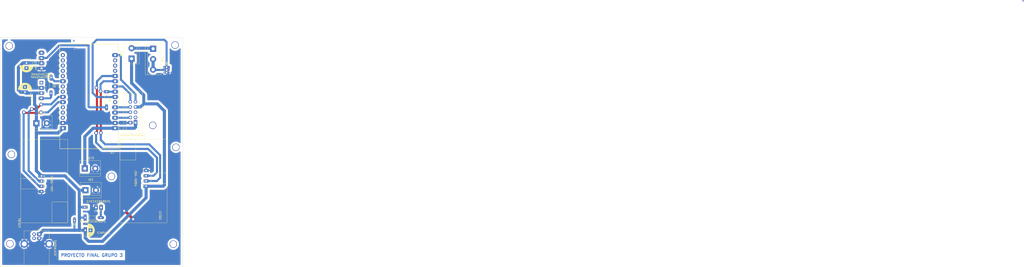
<source format=kicad_pcb>
(kicad_pcb (version 20211014) (generator pcbnew)
  (layers (0 "F.Cu" signal) (31 "B.Cu" signal) (34 "B.Paste" user) (35 "F.Paste" user) (36 "B.SilkS" user "B.Silkscreen") (37 "F.SilkS" user "F.Silkscreen") (38 "B.Mask" user) (39 "F.Mask" user) (44 "Edge.Cuts" user))
  (net 0 "")
  (net 1 "+3V3")
  (net 2 "+5V")
  (net 3 "BUZZ")
  (net 4 "GND")
  (net 5 "Net-(CHECKENERGY1-Pad2)")
  (net 6 "CSE")
  (net 7 "RESETE")
  (net 8 "DCE")
  (net 9 "SDI(MOSI)E")
  (net 10 "SCKE")
  (net 14 "TRIGIZQ")
  (net 15 "ECHODER")
  (net 16 "TRIGDER")
  (net 17 "ECHOIZQ")
  (net 21 "DINIZQ")
  (net 22 "DINDER")
  (net 28 "Net-(BZ1-Pad2)")
  (net 29 "Net-(Q1-Pad2)")
  (net 37 "Net-(NeopixelDER1-Pad4)")
  (net 38 "Net-(NeopixelIZQ1-Pad3)")
  (footprint "Resistor_THT:R_Axial_DIN0204_L3.6mm_D1.6mm_P7.62mm_Horizontal" (layer "F.Cu") (at 109.1692 34.2392 -90)
    (fp_text reference "R5" (at 3.81 -1.92 90) (layer "F.SilkS"))
    (fp_text value "R")
    (pad "1" thru_hole oval (at 0 0 270) (size 3.048 1.4) (drill 0.7) (layers *.Cu *.Mask) (net 22 "DINDER"))
    (pad "2" thru_hole oval (at 7.62 0 270) (size 3.048 1.4) (drill 0.7) (layers *.Cu *.Mask) (net 37 "Net-(NeopixelDER1-Pad4)"))
  )
  (footprint "Connector_PinSocket_2.54mm:PinSocket_1x04_P2.54mm_Vertical" (layer "F.Cu") (at 104.4956 36.6776)
    (fp_text reference "NeopixelDER1" (at 0 -2.77) (layer "F.SilkS"))
    (fp_text value "Conn_01x04_Male")
    (pad "1" thru_hole rect (at 0 0) (size 1.7 1.7) (drill 1) (layers *.Cu *.Mask))
    (pad "2" thru_hole oval (at 0 2.54) (size 3.048 1.999996) (drill 1) (layers *.Cu *.Mask) (net 4 "GND"))
    (pad "3" thru_hole oval (at 0 5.08) (size 3.048 1.6) (drill 1) (layers *.Cu *.Mask) (net 2 "+5V"))
    (pad "4" thru_hole oval (at 0 7.62) (size 3.048 1.7) (drill 1) (layers *.Cu *.Mask) (net 37 "Net-(NeopixelDER1-Pad4)"))
  )
  (footprint "JSN-SR04:JSN-SR04" (layer "F.Cu") (at 165.513 64.2046 -90)
    (fp_text reference "UIZQ1" (at 37.1414 3.2578 -90 unlocked) (layer "F.SilkS"))
    (fp_text value "HC-SR04")
    (fp_text user "GND" (at 15.24 11.43 -90 unlocked) (layer "F.SilkS") (effects (font (size 0.5 0.5) (thickness 0.125))))
    (fp_text user "JSN-SR04" (at 19.05 15.24 -90 unlocked) (layer "F.SilkS"))
    (fp_text user "ECHO" (at 17.78 11.43 -90 unlocked) (layer "F.SilkS") (effects (font (size 0.5 0.5) (thickness 0.125))))
    (fp_text user "5v" (at 22.86 11.43 -90 unlocked) (layer "F.SilkS") (effects (font (size 0.5 0.5) (thickness 0.125))))
    (fp_text user "TRIG" (at 20.32 11.43 -90 unlocked) (layer "F.SilkS") (effects (font (size 0.5 0.5) (thickness 0.125))))
    (pad "1" thru_hole rect (at 22.859996 10.159996 270) (size 1.524 3.048) (drill 0.762) (layers *.Cu *.Mask) (net 2 "+5V"))
    (pad "2" thru_hole oval (at 20.319996 10.159996 270) (size 1.524 3.048) (drill 0.762) (layers *.Cu *.Mask) (net 14 "TRIGIZQ"))
    (pad "3" thru_hole oval (at 17.779996 10.159996 270) (size 1.524 3.048) (drill 0.762) (layers *.Cu *.Mask) (net 17 "ECHOIZQ"))
    (pad "4" thru_hole oval (at 15.239996 10.159996 270) (size 1.524 3.048) (drill 0.762) (layers *.Cu *.Mask) (net 4 "GND"))
  )
  (footprint "Connector_Pin:Pin_D0.7mm_L6.5mm_W1.8mm_FlatFork" (layer "F.Cu") (at 125.5776 97.282 90)
    (fp_text reference "J1" (at 0 1.8 90) (layer "F.SilkS"))
    (fp_text value "TESTPOINT")
    (pad "1" thru_hole rect (at 0 0 90) (size 1.4 3.048) (drill 0.7) (layers *.Cu *.Mask) (net 2 "+5V"))
  )
  (footprint "TerminalBlock:TerminalBlock_bornier-2_P5.08mm" (layer "F.Cu") (at 125.8824 89.0016)
    (fp_text reference "IN2" (at 2.54 -5.08) (layer "F.SilkS"))
    (fp_text value "OUTPUT RE")
    (pad "1" thru_hole rect (at 0 0) (size 3 3) (drill 1.52) (layers *.Cu *.Mask) (net 2 "+5V"))
    (pad "2" thru_hole circle (at 5.08 0) (size 3 3) (drill 1.52) (layers *.Cu *.Mask) (net 4 "GND"))
  )
  (footprint "TerminalBlock:TerminalBlock_bornier-3_P5.08mm" (layer "F.Cu") (at 158.75 20.1676 -90)
    (fp_text reference "RV1" (at 5.05 -4.65 -270) (layer "F.SilkS"))
    (fp_text value "1kOhm")
    (pad "1" thru_hole rect (at 0 0 270) (size 3 3) (drill 1.52) (layers *.Cu *.Mask) (net 28 "Net-(BZ1-Pad2)"))
    (pad "2" thru_hole circle (at 5.08 0 270) (size 3 3) (drill 1.52) (layers *.Cu *.Mask) (net 29 "Net-(Q1-Pad2)"))
    (pad "3" thru_hole circle (at 10.16 0 270) (size 3 3) (drill 1.52) (layers *.Cu *.Mask) (net 29 "Net-(Q1-Pad2)"))
  )
  (footprint "JSN-SR04:JSN-SR04" (layer "F.Cu") (at 94.3798 104.9086 90)
    (fp_text reference "UDER1" (at 0 -0.5 90 unlocked) (layer "F.SilkS"))
    (fp_text value "HC-SR04")
    (fp_text user "TRIG" (at 20.32 11.43 90 unlocked) (layer "F.SilkS") (effects (font (size 0.5 0.5) (thickness 0.125))))
    (fp_text user "ECHO" (at 17.78 11.43 90 unlocked) (layer "F.SilkS") (effects (font (size 0.5 0.5) (thickness 0.125))))
    (fp_text user "GND" (at 15.24 11.43 90 unlocked) (layer "F.SilkS") (effects (font (size 0.5 0.5) (thickness 0.125))))
    (fp_text user "JSN-SR04" (at 19.05 15.24 90 unlocked) (layer "F.SilkS"))
    (fp_text user "5v" (at 22.86 11.43 90 unlocked) (layer "F.SilkS") (effects (font (size 0.5 0.5) (thickness 0.125))))
    (pad "1" thru_hole rect (at 22.859996 10.159996 90) (size 1.524 3.048) (drill 0.762) (layers *.Cu *.Mask) (net 2 "+5V"))
    (pad "2" thru_hole oval (at 20.319996 10.159996 90) (size 1.524 3.048) (drill 0.762) (layers *.Cu *.Mask) (net 16 "TRIGDER"))
    (pad "3" thru_hole oval (at 17.779996 10.159996 90) (size 1.524 3.048) (drill 0.762) (layers *.Cu *.Mask) (net 15 "ECHODER"))
    (pad "4" thru_hole oval (at 15.239996 10.159996 90) (size 1.524 3.048) (drill 0.762) (layers *.Cu *.Mask) (net 4 "GND"))
  )
  (footprint "Capacitor_THT:CP_Radial_D6.3mm_P2.50mm" (layer "F.Cu") (at 125.817621 108.5088)
    (fp_text reference "CINPUT1" (at 8.89 1.27) (layer "F.SilkS"))
    (fp_text value "100µF")
    (pad "1" thru_hole rect (at 0.000009 0) (size 1.6 3.048) (drill 0.8) (layers *.Cu *.Mask) (net 2 "+5V"))
    (pad "2" thru_hole oval (at 2.500004 0) (size 1.6 3.048) (drill 0.8) (layers *.Cu *.Mask) (net 4 "GND"))
  )
  (footprint "Capacitor_THT:CP_Radial_D6.3mm_P2.50mm" (layer "F.Cu") (at 96.52 41.31438 90)
    (fp_text reference "cder1" (at -2.6308 3.2258 90) (layer "F.SilkS"))
    (fp_text value "680uF")
    (pad "1" thru_hole rect (at 0.00001 0 90) (size 1.6 3.048) (drill 0.8) (layers *.Cu *.Mask) (net 2 "+5V"))
    (pad "2" thru_hole oval (at 2.500005 0 90) (size 1.6 3.048) (drill 0.8) (layers *.Cu *.Mask) (net 4 "GND"))
  )
  (footprint "Connector_PinSocket_2.54mm:PinSocket_1x04_P2.54mm_Vertical" (layer "F.Cu") (at 104.5464 29.7688 180)
    (fp_text reference "NeopixelIZQ1" (at 0 -2.77) (layer "F.SilkS"))
    (fp_text value "Conn_01x04_Male")
    (pad "1" thru_hole rect (at 0 0 180) (size 3.048 1.7) (drill 1) (layers *.Cu *.Mask) (net 4 "GND"))
    (pad "2" thru_hole oval (at 0 2.54 180) (size 3.048 2.032) (drill 1) (layers *.Cu *.Mask) (net 2 "+5V"))
    (pad "3" thru_hole oval (at 0 5.08 180) (size 3.048 2.032) (drill 1) (layers *.Cu *.Mask) (net 38 "Net-(NeopixelIZQ1-Pad3)"))
    (pad "4" thru_hole oval (at 0 7.62 180) (size 3.048 2.032) (drill 1) (layers *.Cu *.Mask))
  )
  (footprint "Connector_USB:USB_B_OST_USB-B1HSxx_Horizontal" (layer "F.Cu") (at 103.4596 110.4149 -90)
    (fp_text reference "JENTRADA1" (at 6.76 -7.77 90) (layer "F.SilkS"))
    (fp_text value "USB_B")
    (pad "1" thru_hole rect (at -0.000008 -0.00001 270) (size 1.7 2.286) (drill 0.92) (layers *.Cu *.Mask) (net 2 "+5V"))
    (pad "2" thru_hole circle (at 0 2.5 270) (size 1.7 1.7) (drill 0.92) (layers *.Cu *.Mask))
    (pad "3" thru_hole circle (at 2 2.5 270) (size 1.7 1.7) (drill 0.92) (layers *.Cu *.Mask))
    (pad "4" thru_hole oval (at 1.999988 -0.00001 270) (size 1.7 2.286) (drill 0.92) (layers *.Cu *.Mask) (net 4 "GND"))
    (pad "5" thru_hole circle (at 4.70999 7.270003 270) (size 3.81 3.81) (drill 2.33) (layers *.Cu *.Mask) (net 4 "GND"))
    (pad "5" thru_hole circle (at 4.70999 -4.770003 270) (size 3.81 3.81) (drill 2.33) (layers *.Cu *.Mask) (net 4 "GND"))
  )
  (footprint "Capacitor_THT:CP_Radial_D6.3mm_P2.50mm" (layer "F.Cu") (at 97.2312 27.062421 -90)
    (fp_text reference "cder2" (at 1.25 -4.4 90) (layer "F.SilkS"))
    (fp_text value "680uF")
    (pad "1" thru_hole rect (at 0.000009 0 270) (size 1.5748 3.048) (drill 0.8) (layers *.Cu *.Mask) (net 2 "+5V"))
    (pad "2" thru_hole oval (at 2.500004 0 270) (size 1.6 3.048) (drill 0.8) (layers *.Cu *.Mask) (net 4 "GND"))
  )
  (footprint "TerminalBlock:TerminalBlock_bornier-2_P5.08mm" (layer "F.Cu") (at 102.0572 56.4388)
    (fp_text reference "OUT1" (at 2.54 -5.08) (layer "F.SilkS"))
    (fp_text value "BRIDGE")
    (pad "1" thru_hole rect (at 0 0) (size 3.048 2.999999) (drill 1.52) (layers *.Cu *.Mask) (net 2 "+5V"))
    (pad "2" thru_hole circle (at 5.08 0) (size 3 3) (drill 1.52) (layers *.Cu *.Mask) (net 4 "GND"))
  )
  (footprint "Resistor_THT:R_Axial_DIN0204_L3.6mm_D1.6mm_P7.62mm_Horizontal" (layer "F.Cu") (at 136.144 41.0464 -90)
    (fp_text reference "R1" (at 3.81 -1.92 90) (layer "F.SilkS"))
    (fp_text value "R")
    (pad "1" thru_hole oval (at 0 0 270) (size 1.4 3.048) (drill 0.7) (layers *.Cu *.Mask) (net 21 "DINIZQ"))
    (pad "2" thru_hole oval (at 7.62 0 270) (size 3.048 1.4) (drill 0.7) (layers *.Cu *.Mask) (net 38 "Net-(NeopixelIZQ1-Pad3)"))
  )
  (footprint "TerminalBlock:TerminalBlock_bornier-2_P5.08mm" (layer "F.Cu") (at 125.5776 78.4352)
    (fp_text reference "OUT3" (at 2.54 -5.08) (layer "F.SilkS"))
    (fp_text value "INPUTRE")
    (pad "1" thru_hole rect (at 0 0) (size 3 3) (drill 1.52) (layers *.Cu *.Mask) (net 1 "+3V3"))
    (pad "2" thru_hole circle (at 5.08 0) (size 3 3) (drill 1.52) (layers *.Cu *.Mask) (net 4 "GND"))
  )
  (footprint "Resistor_THT:R_Axial_DIN0204_L3.6mm_D1.6mm_P7.62mm_Horizontal" (layer "F.Cu") (at 133.35 102.362 180)
    (fp_text reference "RCHECKENERGY1" (at 3.81 -1.92) (layer "F.SilkS"))
    (fp_text value "330")
    (pad "1" thru_hole oval (at 0 0 180) (size 3.048 1.4) (drill 0.7) (layers *.Cu *.Mask) (net 5 "Net-(CHECKENERGY1-Pad2)"))
    (pad "2" thru_hole rect (at 7.62 0 180) (size 1.4 3.048) (drill 0.7) (layers *.Cu *.Mask) (net 2 "+5V"))
  )
  (footprint "TerminalBlock:TerminalBlock_bornier-2_P5.08mm" (layer "F.Cu") (at 148.2852 24.9936 90)
    (fp_text reference "BZ1" (at 2.54 -5.08 90) (layer "F.SilkS"))
    (fp_text value "Buzzer")
    (pad "1" thru_hole rect (at 0 0 90) (size 3 3) (drill 1.52) (layers *.Cu *.Mask) (net 2 "+5V"))
    (pad "2" thru_hole circle (at 5.08 0 90) (size 3 3) (drill 1.52) (layers *.Cu *.Mask) (net 28 "Net-(BZ1-Pad2)"))
  )
  (footprint "ESP32-DEVKIT-V1 (1):MODULE_ESP32_DEVKIT_V1" (layer "F.Cu") (at 127.6096 43.3324 180)
    (fp_text reference "U1" (at -11.355 -27.36 180) (layer "F.SilkS"))
    (fp_text value "ESP32-DEVKIT-V1")
    (pad "1" thru_hole rect (at -12.7 -15.515006 180) (size 3.048 2) (drill 1.02) (layers *.Cu *.Mask) (net 1 "+3V3"))
    (pad "2" thru_hole oval (at -12.7 -12.975006 180) (size 3.048 2) (drill 1.02) (layers *.Cu *.Mask) (net 4 "GND"))
    (pad "3" thru_hole oval (at -12.7 -10.435006 180) (size 3.048 2) (drill 1.02) (layers *.Cu *.Mask) (net 6 "CSE"))
    (pad "4" thru_hole oval (at -12.7 -7.895006 180) (size 3.048 2) (drill 1.02) (layers *.Cu *.Mask) (net 7 "RESETE"))
    (pad "5" thru_hole oval (at -12.7 -5.355006 180) (size 3.048 1.9812) (drill 1.02) (layers *.Cu *.Mask) (net 8 "DCE"))
    (pad "6" thru_hole circle (at -12.7 -2.815 180) (size 2 2) (drill 1.02) (layers *.Cu *.Mask))
    (pad "7" thru_hole oval (at -12.7 -0.275006 180) (size 3.048 2) (drill 1.02) (layers *.Cu *.Mask) (net 3 "BUZZ"))
    (pad "8" thru_hole oval (at -12.7 2.264994 180) (size 3.048 2) (drill 1.02) (layers *.Cu *.Mask) (net 21 "DINIZQ"))
    (pad "9" thru_hole oval (at -12.7 4.804994 180) (size 3.048 2) (drill 1.02) (layers *.Cu *.Mask) (net 10 "SCKE"))
    (pad "10" thru_hole oval (at -12.7 7.344994 180) (size 3.048 2) (drill 1.02) (layers *.Cu *.Mask) (net 14 "TRIGIZQ"))
    (pad "11" thru_hole oval (at -12.7 9.884994 180) (size 3.048 2) (drill 1.02) (layers *.Cu *.Mask) (net 17 "ECHOIZQ"))
    (pad "12" thru_hole circle (at -12.7 12.425 180) (size 2 2) (drill 1.02) (layers *.Cu *.Mask))
    (pad "13" thru_hole circle (at -12.7 14.965 180) (size 2 2) (drill 1.02) (layers *.Cu *.Mask))
    (pad "14" thru_hole circle (at -12.7 17.505 180) (size 2 2) (drill 1.02) (layers *.Cu *.Mask))
    (pad "15" thru_hole oval (at -12.7 20.044999 180) (size 3.048 2) (drill 1.02) (layers *.Cu *.Mask) (net 9 "SDI(MOSI)E"))
    (pad "16" thru_hole circle (at 12.7 20.045 180) (size 2 2) (drill 1.02) (layers *.Cu *.Mask))
    (pad "17" thru_hole circle (at 12.7 17.505 180) (size 2 2) (drill 1.02) (layers *.Cu *.Mask))
    (pad "18" thru_hole circle (at 12.7 14.965 180) (size 2 2) (drill 1.02) (layers *.Cu *.Mask))
    (pad "19" thru_hole circle (at 12.7 12.425 180) (size 2 2) (drill 1.02) (layers *.Cu *.Mask))
    (pad "20" thru_hole circle (at 12.7 9.885 180) (size 2 2) (drill 1.02) (layers *.Cu *.Mask))
    (pad "21" thru_hole oval (at 12.7 7.344994 180) (size 3.048 2.032) (drill 1.02) (layers *.Cu *.Mask) (net 22 "DINDER"))
    (pad "22" thru_hole circle (at 12.7 4.805 180) (size 2 2) (drill 1.02) (layers *.Cu *.Mask))
    (pad "23" thru_hole circle (at 12.7 2.265 180) (size 2 2) (drill 1.02) (layers *.Cu *.Mask))
    (pad "24" thru_hole oval (at 12.7 -0.275006 180) (size 3.048 1.999996) (drill 1.02) (layers *.Cu *.Mask) (net 16 "TRIGDER"))
    (pad "25" thru_hole oval (at 12.7 -2.815006 180) (size 3.048 2) (drill 1.02) (layers *.Cu *.Mask) (net 15 "ECHODER"))
    (pad "26" thru_hole circle (at 12.7 -5.355 180) (size 2 2) (drill 1.02) (layers *.Cu *.Mask))
    (pad "27" thru_hole circle (at 12.7 -7.895 180) (size 2 2) (drill 1.02) (layers *.Cu *.Mask))
    (pad "28" thru_hole circle (at 12.7 -10.435 180) (size 2 2) (drill 1.02) (layers *.Cu *.Mask))
    (pad "29" thru_hole oval (at 12.7 -12.975006 180) (size 3.048 1.9812) (drill 1.02) (layers *.Cu *.Mask) (net 4 "GND"))
    (pad "30" thru_hole rect (at 12.7 -15.515006 180) (size 3.048 2) (drill 1.02) (layers *.Cu *.Mask) (net 2 "+5V"))
  )
  (footprint "LED_THT:LED_D3.0mm" (layer "F.Cu") (at 130.9574 97.4344)
    (fp_text reference "CHECKENERGY1" (at 1.27 -2.96) (layer "F.SilkS"))
    (fp_text value "LED")
    (pad "1" thru_hole oval (at -0.000004 0) (size 1.8 3.048) (drill 0.9) (layers *.Cu *.Mask) (net 4 "GND"))
    (pad "2" thru_hole oval (at 2.539996 0) (size 1.8 3.048) (drill 0.9) (layers *.Cu *.Mask) (net 5 "Net-(CHECKENERGY1-Pad2)"))
  )
  (footprint "Connector_Pin:Pin_D0.7mm_L6.5mm_W1.8mm_FlatFork" (layer "F.Cu") (at 120.5484 103.7336)
    (fp_text reference "J2" (at 0 1.8) (layer "F.SilkS"))
    (fp_text value "TESTPOINT")
    (pad "1" thru_hole oval (at 0 0) (size 1.4 3.048) (drill 0.7) (layers *.Cu *.Mask) (net 2 "+5V"))
  )
  (footprint "Connector_IDC:IDC-Header_2x05_P2.54mm_Vertical" (layer "F.Cu") (at 150.2061 56.134 180)
    (fp_text reference "emisorPantalla1" (at 1.27 -6.1 180) (layer "F.SilkS"))
    (fp_text value "IDC-10")
    (pad "1" thru_hole roundrect (at 0 0 180) (size 1.7 2.794) (drill 1) (layers *.Cu *.Mask) (roundrect_rratio 0.147059) (net 1 "+3V3"))
    (pad "2" thru_hole oval (at 2.54 0 180) (size 2.54 1.7) (drill 1) (layers *.Cu *.Mask) (net 4 "GND"))
    (pad "3" thru_hole circle (at 0 2.54 180) (size 1.7 1.7) (drill 1) (layers *.Cu *.Mask))
    (pad "4" thru_hole circle (at 2.54 2.54 180) (size 1.7 1.7) (drill 1) (layers *.Cu *.Mask) (net 6 "CSE"))
    (pad "5" thru_hole circle (at 0 5.08 180) (size 1.7 1.7) (drill 1) (layers *.Cu *.Mask))
    (pad "6" thru_hole circle (at 2.54 5.08 180) (size 1.7 1.7) (drill 1) (layers *.Cu *.Mask) (net 7 "RESETE"))
    (pad "7" thru_hole circle (at 0 7.62 180) (size 1.7 1.7) (drill 1) (layers *.Cu *.Mask) (net 2 "+5V"))
    (pad "8" thru_hole circle (at 2.54 7.62 180) (size 1.7 1.7) (drill 1) (layers *.Cu *.Mask) (net 8 "DCE"))
    (pad "9" thru_hole circle (at 0 10.16 180) (size 1.7 1.7) (drill 1) (layers *.Cu *.Mask) (net 9 "SDI(MOSI)E"))
    (pad "10" thru_hole circle (at 2.54 10.16 180) (size 1.7 1.7) (drill 1) (layers *.Cu *.Mask) (net 10 "SCKE"))
  )
  (footprint "Package_TO_SOT_THT:TO-92Flat" (layer "F.Cu") (at 165.3032 29.21 -90)
    (fp_text reference "Q1" (at -2.032 -0.597) (layer "F.SilkS"))
    (fp_text value "Q_NPN_BCE")
    (pad "1" thru_hole rect (at 0 0 270) (size 1.2954 3.048) (drill 0.75) (layers *.Cu *.Mask) (net 3 "BUZZ"))
    (pad "2" thru_hole oval (at 1.27 0 270) (size 1.05 3.048) (drill 0.75) (layers *.Cu *.Mask) (net 29 "Net-(Q1-Pad2)"))
    (pad "3" thru_hole oval (at 2.54 0 270) (size 1.05 3.048) (drill 0.75) (layers *.Cu *.Mask) (net 4 "GND"))
  )
  (gr_line (start 84.4296 14.6304) (end 84.4296 126.365) (layer "Edge.Cuts") (width 0.1))
  (gr_line (start 173.0756 14.6304) (end 84.4296 14.6304) (layer "Edge.Cuts") (width 0.1))
  (gr_line (start 173.0756 126.3904) (end 173.0756 14.6304) (layer "Edge.Cuts") (width 0.1))
  (gr_line (start 84.4296 126.365) (end 173.0756 126.3904) (layer "Edge.Cuts") (width 0.1))
  (gr_text "PROYECTO FINAL GRUPO 3\n" (at 128.9812 120.65) (layer "B.Cu") (effects (font (size 1.5 1.5) (thickness 0.3))))
  (via (at 581.406 -3.1496) (size 0.8) (drill 0.4) (layers "F.Cu" "B.Cu") (net 0))
  (via (at 89.916 71.5772) (size 3.556) (drill 3.048) (layers "F.Cu" "B.Cu") (net 0))
  (via (at 169.418 18.3896) (size 3.556) (drill 3.048) (layers "F.Cu" "B.Cu") (net 0))
  (via (at 168.5544 115.2652) (size 3.556) (drill 3.048) (layers "F.Cu" "B.Cu") (net 0))
  (via (at 120.2436 16.3068) (size 0.8) (drill 0.4) (layers "F.Cu" "B.Cu") (net 0))
  (via (at 169.8244 68.1228) (size 3.556) (drill 3.048) (layers "F.Cu" "B.Cu") (net 0))
  (via (at 158.5468 57.4548) (size 3.556) (drill 3.048) (layers "F.Cu" "B.Cu") (net 0))
  (via (at 89.2048 115.062) (size 3.556) (drill 3.048) (layers "F.Cu" "B.Cu") (net 0))
  (via (at 88.8492 18.796) (size 3.556) (drill 3.048) (layers "F.Cu" "B.Cu") (net 0))
  (via (at 138.5316 82.296) (size 3.556) (drill 3.048) (layers "F.Cu" "B.Cu") (net 0))
  (segment (start 129.6416 58.8264) (end 129.6626 58.8474) (width 1.5) (layer "B.Cu") (net 1))
  (segment (start 149.6866 58.8474) (end 150.2156 58.3184) (width 1.5) (layer "B.Cu") (net 1))
  (segment (start 140.3096 58.8474) (end 149.6866 58.8474) (width 1.5) (layer "B.Cu") (net 1))
  (segment (start 125.5776 62.8904) (end 129.6416 58.8264) (width 1.5) (layer "B.Cu") (net 1))
  (segment (start 129.6626 58.8474) (end 140.3096 58.8474) (width 1.5) (layer "B.Cu") (net 1))
  (segment (start 125.5776 78.4352) (end 125.5776 62.8904) (width 1.5) (layer "B.Cu") (net 1))
  (segment (start 150.2156 56.1435) (end 150.2061 56.134) (width 1.5) (layer "B.Cu") (net 1))
  (segment (start 150.2156 58.3184) (end 150.2156 56.1435) (width 1.5) (layer "B.Cu") (net 1))
  (segment (start 125.73 108.421179) (end 125.817621 108.5088) (width 1.5) (layer "B.Cu") (net 2))
  (segment (start 163.6334 87.0646) (end 155.353 87.0646) (width 1.5) (layer "B.Cu") (net 2))
  (segment (start 120.5484 108.4072) (end 120.4468 108.5088) (width 1.5) (layer "B.Cu") (net 2))
  (segment (start 123.1392 102.3112) (end 122.936 102.5144) (width 1.5) (layer "B.Cu") (net 2))
  (segment (start 125.817621 108.5088) (end 122.936 108.5088) (width 1.5) (layer "B.Cu") (net 2))
  (segment (start 97.2312 27.062421) (end 104.380021 27.062421) (width 1.5) (layer "B.Cu") (net 2))
  (segment (start 122.936 108.5088) (end 120.4468 108.5088) (width 1.5) (layer "B.Cu") (net 2))
  (segment (start 150.2061 48.514) (end 152.654 48.514) (width 1.5) (layer "B.Cu") (net 2))
  (segment (start 112.5938 61.1632) (end 114.9096 58.8474) (width 1.5) (layer "B.Cu") (net 2))
  (segment (start 95.467179 27.062421) (end 93.3196 29.21) (width 1.5) (layer "B.Cu") (net 2))
  (segment (start 127.4572 113.8936) (end 134.1628 113.8936) (width 1.5) (layer "B.Cu") (net 2))
  (segment (start 100.9396 41.7576) (end 104.4956 41.7576) (width 1.5) (layer "B.Cu") (net 2))
  (segment (start 125.5776 97.282) (end 123.19 97.282) (width 1) (layer "B.Cu") (net 2))
  (segment (start 122.936 97.028) (end 122.936 89.0524) (width 1.5) (layer "B.Cu") (net 2))
  (segment (start 102.0572 56.4388) (end 102.0572 61.1632) (width 1.5) (layer "B.Cu") (net 2))
  (segment (start 94.29878 41.31438) (end 96.52 41.31438) (width 1.5) (layer "B.Cu") (net 2))
  (segment (start 96.96322 41.7576) (end 100.9396 41.7576) (width 1.5) (layer "B.Cu") (net 2))
  (segment (start 134.1628 113.8936) (end 155.353 92.7034) (width 1.5) (layer "B.Cu") (net 2))
  (segment (start 148.2852 24.9936) (end 148.2852 36.83) (width 1.5) (layer "B.Cu") (net 2))
  (segment (start 152.654 48.514) (end 154.178 46.99) (width 1.5) (layer "B.Cu") (net 2))
  (segment (start 100.9396 41.7576) (end 101.1936 42.0116) (width 1.5) (layer "B.Cu") (net 2))
  (segment (start 155.353 92.7034) (end 155.353 87.0646) (width 1.5) (layer "B.Cu") (net 2))
  (segment (start 101.1936 47.3964) (end 102.0572 48.26) (width 1.5) (layer "B.Cu") (net 2))
  (segment (start 102.0572 61.1632) (end 102.0572 79.566) (width 1.5) (layer "B.Cu") (net 2))
  (segment (start 123.19 102.362) (end 123.1392 102.3112) (width 1) (layer "B.Cu") (net 2))
  (segment (start 122.936 89.0524) (end 122.8852 89.0016) (width 1.5) (layer "B.Cu") (net 2))
  (segment (start 164.2364 50.4444) (end 164.2364 86.4616) (width 1.5) (layer "B.Cu") (net 2))
  (segment (start 154.178 46.99) (end 160.782 46.99) (width 1.5) (layer "B.Cu") (net 2))
  (segment (start 102.0572 61.1632) (end 112.5938 61.1632) (width 1.5) (layer "B.Cu") (net 2))
  (segment (start 164.2364 86.4616) (end 163.6334 87.0646) (width 1.5) (layer "B.Cu") (net 2))
  (segment (start 125.817621 108.5088) (end 125.817621 112.254021) (width 1.5) (layer "B.Cu") (net 2))
  (segment (start 101.1936 42.0116) (end 101.1936 47.3964) (width 1.5) (layer "B.Cu") (net 2))
  (segment (start 154.178 42.7228) (end 154.178 46.99) (width 1.5) (layer "B.Cu") (net 2))
  (segment (start 160.782 46.99) (end 164.2364 50.4444) (width 1.5) (layer "B.Cu") (net 2))
  (segment (start 122.936 108.5088) (end 122.936 102.5144) (width 1.5) (layer "B.Cu") (net 2))
  (segment (start 93.3196 40.3352) (end 94.29878 41.31438) (width 1.5) (layer "B.Cu") (net 2))
  (segment (start 115.9322 82.0486) (end 122.8852 89.0016) (width 1.5) (layer "B.Cu") (net 2))
  (segment (start 122.936 102.5144) (end 122.936 97.028) (width 1.5) (layer "B.Cu") (net 2))
  (segment (start 102.0572 79.566) (end 104.5398 82.0486) (width 1.5) (layer "B.Cu") (net 2))
  (segment (start 120.4468 108.5088) (end 105.3657 108.5088) (width 1.5) (layer "B.Cu") (net 2))
  (segment (start 102.0572 48.26) (end 102.0572 56.4388) (width 1.5) (layer "B.Cu") (net 2))
  (segment (start 125.73 102.362) (end 123.19 102.362) (width 1) (layer "B.Cu") (net 2))
  (segment (start 125.817621 112.254021) (end 127.4572 113.8936) (width 1.5) (layer "B.Cu") (net 2))
  (segment (start 104.380021 27.062421) (end 104.5464 27.2288) (width 1.5) (layer "B.Cu") (net 2))
  (segment (start 93.3196 29.21) (end 93.3196 40.3352) (width 1.5) (layer "B.Cu") (net 2))
  (segment (start 125.5776 89.3064) (end 125.8824 89.0016) (width 1.5) (layer "B.Cu") (net 2))
  (segment (start 148.2852 36.83) (end 154.178 42.7228) (width 1.5) (layer "B.Cu") (net 2))
  (segment (start 122.8852 89.0016) (end 125.8824 89.0016) (width 1.5) (layer "B.Cu") (net 2))
  (segment (start 97.2312 27.062421) (end 95.467179 27.062421) (width 1.5) (layer "B.Cu") (net 2))
  (segment (start 123.19 97.282) (end 122.936 97.028) (width 1) (layer "B.Cu") (net 2))
  (segment (start 105.3657 108.5088) (end 103.4596 110.4149) (width 1.5) (layer "B.Cu") (net 2))
  (segment (start 104.5398 82.0486) (end 115.9322 82.0486) (width 1.5) (layer "B.Cu") (net 2))
  (segment (start 120.5484 103.7336) (end 120.5484 108.4072) (width 1) (layer "B.Cu") (net 2))
  (segment (start 96.52 41.31438) (end 96.96322 41.7576) (width 1.5) (layer "B.Cu") (net 2))
  (segment (start 164.1856 15.7988) (end 165.3032 16.9164) (width 1) (layer "B.Cu") (net 3))
  (segment (start 129.3876 41.656) (end 129.3876 17.78) (width 1) (layer "B.Cu") (net 3))
  (segment (start 140.3096 43.6074) (end 140.229 43.688) (width 1) (layer "B.Cu") (net 3))
  (segment (start 129.3876 17.78) (end 131.3688 15.7988) (width 1) (layer "B.Cu") (net 3))
  (segment (start 165.3032 16.9164) (end 165.3032 29.21) (width 1) (layer "B.Cu") (net 3))
  (segment (start 140.229 43.688) (end 131.4196 43.688) (width 1) (layer "B.Cu") (net 3))
  (segment (start 131.3688 15.7988) (end 164.1856 15.7988) (width 1) (layer "B.Cu") (net 3))
  (segment (start 131.4196 43.688) (end 129.3876 41.656) (width 1) (layer "B.Cu") (net 3))
  (segment (start 144.6784 99.06) (end 145.034 99.06) (width 1.5) (layer "F.Cu") (net 4))
  (segment (start 145.034 99.06) (end 149.0726 103.0986) (width 1.5) (layer "F.Cu") (net 4))
  (via (at 144.6784 99.06) (size 1.778) (drill 1.016) (layers "F.Cu" "B.Cu") (net 4))
  (via (at 120.4468 20.4216) (size 0.8) (drill 0.4) (layers "F.Cu" "B.Cu") (net 4))
  (via (at 149.0726 103.0986) (size 1.778) (drill 1.016) (layers "F.Cu" "B.Cu") (net 4))
  (segment (start 108.966 25.2984) (end 113.8428 20.4216) (width 1.5) (layer "B.Cu") (net 4))
  (segment (start 128.249 56.3074) (end 114.9096 56.3074) (width 1.5) (layer "B.Cu") (net 4))
  (segment (start 103.4596 114.6756) (end 103.0103 115.1249) (width 1) (layer "B.Cu") (net 4))
  (segment (start 108.966 27.6992) (end 108.966 25.2984) (width 1.5) (layer "B.Cu") (net 4))
  (segment (start 97.2312 38.10318) (end 96.52 38.81438) (width 1.5) (layer "B.Cu") (net 4))
  (segment (start 100.1202 89.6686) (end 104.5398 89.6686) (width 1) (layer "B.Cu") (net 4))
  (segment (start 113.8428 20.4216) (end 120.4468 20.4216) (width 1.5) (layer "B.Cu") (net 4))
  (segment (start 130.6576 83.82) (end 123.7488 83.82) (width 1.5) (layer "B.Cu") (net 4))
  (segment (start 130.6576 88.6968) (end 130.9624 89.0016) (width 1.5) (layer "B.Cu") (net 4))
  (segment (start 122.3772 62.1792) (end 128.249 56.3074) (width 1.5) (layer "B.Cu") (net 4))
  (segment (start 104.4956 39.2176) (end 96.92322 39.2176) (width 1.5) (layer "B.Cu") (net 4))
  (segment (start 130.9574 89.0066) (end 130.9624 89.0016) (width 1.5) (layer "B.Cu") (net 4))
  (segment (start 103.0103 115.1249) (end 96.1896 115.1249) (width 1) (layer "B.Cu") (net 4))
  (segment (start 108.2296 115.1249) (end 103.0103 115.1249) (width 1) (layer "B.Cu") (net 4))
  (segment (start 140.3096 56.3074) (end 147.4927 56.3074) (width 1) (layer "B.Cu") (net 4))
  (segment (start 96.1896 93.5992) (end 100.1202 89.6686) (width 1) (layer "B.Cu") (net 4))
  (segment (start 122.3772 82.4484) (end 122.3772 62.1792) (width 1.5) (layer "B.Cu") (net 4))
  (segment (start 166.6748 33.1216) (end 165.3032 31.75) (width 1) (layer "B.Cu") (net 4))
  (segment (start 135.2296 108.5088) (end 144.6784 99.06) (width 1.5) (layer "B.Cu") (net 4))
  (segment (start 128.317621 108.5088) (end 135.2296 108.5088) (width 1.5) (layer "B.Cu") (net 4))
  (segment (start 151.8412 91.8972) (end 151.8412 80.0608) (width 1.5) (layer "B.Cu") (net 4))
  (segment (start 109.979599 116.874899) (end 135.296301 116.874899) (width 1) (layer "B.Cu") (net 4))
  (segment (start 96.92322 39.2176) (end 96.52 38.81438) (width 1.5) (layer "B.Cu") (net 4))
  (segment (start 106.8964 29.7688) (end 108.966 27.6992) (width 1.5) (layer "B.Cu") (net 4))
  (segment (start 135.296301 116.874899) (end 147.447 104.7242) (width 1) (layer "B.Cu") (net 4))
  (segment (start 120.4468 53.6956) (end 123.0586 56.3074) (width 1.5) (layer "B.Cu") (net 4))
  (segment (start 108.2296 115.1249) (end 109.979599 116.874899) (width 1) (layer "B.Cu") (net 4))
  (segment (start 123.7488 83.82) (end 122.3772 82.4484) (width 1.5) (layer "B.Cu") (net 4))
  (segment (start 147.4927 56.3074) (end 147.6661 56.134) (width 1) (layer "B.Cu") (net 4))
  (segment (start 97.2312 29.562421) (end 97.2312 38.10318) (width 1.5) (layer "B.Cu") (net 4))
  (segment (start 147.447 104.7242) (end 149.0726 103.0986) (width 1) (layer "B.Cu") (net 4))
  (segment (start 123.0586 56.3074) (end 128.249 56.3074) (width 1.5) (layer "B.Cu") (net 4))
  (segment (start 130.9574 97.4344) (end 130.9574 89.0066) (width 1.5) (layer "B.Cu") (net 4))
  (segment (start 128.249 56.3074) (end 140.3096 56.3074) (width 1.5) (layer "B.Cu") (net 4))
  (segment (start 166.6748 87.5284) (end 166.6748 33.1216) (width 1) (layer "B.Cu") (net 4))
  (segment (start 107.2686 56.3074) (end 107.1372 56.4388) (width 1.5) (layer "B.Cu") (net 4))
  (segment (start 144.6784 99.06) (end 151.8412 91.8972) (width 1.5) (layer "B.Cu") (net 4))
  (segment (start 152.4574 79.4446) (end 155.353 79.4446) (width 1.5) (layer "B.Cu") (net 4))
  (segment (start 104.5464 29.7688) (end 97.437579 29.7688) (width 1.5) (layer "B.Cu") (net 4))
  (segment (start 149.0726 103.0986) (end 159.4104 92.7608) (width 1) (layer "B.Cu") (net 4))
  (segment (start 96.1896 115.1249) (end 96.1896 93.5992) (width 1) (layer "B.Cu") (net 4))
  (segment (start 103.4596 112.4149) (end 103.4596 114.6756) (width 1) (layer "B.Cu") (net 4))
  (segment (start 104.5464 29.7688) (end 106.8964 29.7688) (width 1.5) (layer "B.Cu") (net 4))
  (segment (start 130.6576 83.82) (end 130.6576 88.6968) (width 1.5) (layer "B.Cu") (net 4))
  (segment (start 97.437579 29.7688) (end 97.2312 29.562421) (width 1.5) (layer "B.Cu") (net 4))
  (segment (start 161.4424 92.7608) (end 166.6748 87.5284) (width 1) (layer "B.Cu") (net 4))
  (segment (start 151.8412 80.0608) (end 152.4574 79.4446) (width 1.5) (layer "B.Cu") (net 4))
  (segment (start 128.317621 108.5088) (end 128.317621 100.074179) (width 1.5) (layer "B.Cu") (net 4))
  (segment (start 159.4104 92.7608) (end 161.4424 92.7608) (width 1) (layer "B.Cu") (net 4))
  (segment (start 130.6576 78.4352) (end 130.6576 83.82) (width 1.5) (layer "B.Cu") (net 4))
  (segment (start 114.9096 56.3074) (end 107.2686 56.3074) (width 1.5) (layer "B.Cu") (net 4))
  (segment (start 120.4468 20.4216) (end 120.4468 53.6956) (width 1.5) (layer "B.Cu") (net 4))
  (segment (start 128.317621 100.074179) (end 130.9574 97.4344) (width 1.5) (layer "B.Cu") (net 4))
  (segment (start 133.35 97.5818) (end 133.4974 97.4344) (width 1) (layer "B.Cu") (net 5))
  (segment (start 133.35 102.362) (end 133.35 97.5818) (width 1) (layer "B.Cu") (net 5))
  (segment (start 140.3096 53.7674) (end 147.4927 53.7674) (width 1) (layer "B.Cu") (net 6))
  (segment (start 147.4927 53.7674) (end 147.6661 53.594) (width 1) (layer "B.Cu") (net 6))
  (segment (start 147.6661 51.054) (end 140.483 51.054) (width 1) (layer "B.Cu") (net 7))
  (segment (start 140.483 51.054) (end 140.3096 51.2274) (width 1) (layer "B.Cu") (net 7))
  (segment (start 140.3096 48.6874) (end 147.4927 48.6874) (width 1) (layer "B.Cu") (net 8))
  (segment (start 147.4927 48.6874) (end 147.6661 48.514) (width 1) (layer "B.Cu") (net 8))
  (segment (start 150.2061 42.3069) (end 143.1036 35.2044) (width 1) (layer "B.Cu") (net 9))
  (segment (start 143.1036 23.9268) (end 142.4432 23.2664) (width 1) (layer "B.Cu") (net 9))
  (segment (start 150.2061 45.974) (end 150.2061 42.3069) (width 1) (layer "B.Cu") (net 9))
  (segment (start 142.4432 23.2664) (end 142.4222 23.2874) (width 1) (layer "B.Cu") (net 9))
  (segment (start 142.4222 23.2874) (end 140.3096 23.2874) (width 1) (layer "B.Cu") (net 9))
  (segment (start 143.1036 35.2044) (end 143.1036 23.9268) (width 1) (layer "B.Cu") (net 9))
  (segment (start 147.6661 42.2561) (end 143.9164 38.5064) (width 1) (layer "B.Cu") (net 10))
  (segment (start 143.9164 38.5064) (end 143.8954 38.5274) (width 1) (layer "B.Cu") (net 10))
  (segment (start 143.8954 38.5274) (end 140.3096 38.5274) (width 1) (layer "B.Cu") (net 10))
  (segment (start 147.6661 45.974) (end 147.6661 42.2561) (width 1) (layer "B.Cu") (net 10))
  (segment (start 133.35 61.1124) (end 133.35 40.9956) (width 1) (layer "F.Cu") (net 14))
  (segment (start 133.35 40.9956) (end 133.1976 40.8432) (width 1) (layer "F.Cu") (net 14))
  (via (at 133.35 61.1124) (size 1.778) (drill 1.016) (layers "F.Cu" "B.Cu") (net 14))
  (via (at 133.1976 40.8432) (size 1.778) (drill 1.016) (layers "F.Cu" "B.Cu") (net 14))
  (segment (start 133.35 64.5668) (end 133.35 61.1124) (width 1) (layer "B.Cu") (net 14))
  (segment (start 133.1976 37.4904) (end 133.1976 40.8432) (width 1) (layer "B.Cu") (net 14))
  (segment (start 135.4836 66.7004) (end 134.874 66.0908) (width 1) (layer "B.Cu") (net 14))
  (segment (start 134.7006 35.9874) (end 133.4008 37.2872) (width 1) (layer "B.Cu") (net 14))
  (segment (start 156.8704 66.7004) (end 138.938 66.7004) (width 1) (layer "B.Cu") (net 14))
  (segment (start 161.7472 83.3628) (end 162.1536 82.9564) (width 1) (layer "B.Cu") (net 14))
  (segment (start 140.3096 35.9874) (end 134.7006 35.9874) (width 1) (layer "B.Cu") (net 14))
  (segment (start 134.874 66.0908) (end 133.35 64.5668) (width 1) (layer "B.Cu") (net 14))
  (segment (start 133.4008 37.2872) (end 133.1976 37.4904) (width 1) (layer "B.Cu") (net 14))
  (segment (start 162.1536 71.9836) (end 156.8704 66.7004) (width 1) (layer "B.Cu") (net 14))
  (segment (start 160.5854 84.5246) (end 161.7472 83.3628) (width 1) (layer "B.Cu") (net 14))
  (segment (start 155.353 84.5246) (end 160.5854 84.5246) (width 1) (layer "B.Cu") (net 14))
  (segment (start 138.938 66.7004) (end 135.4836 66.7004) (width 1) (layer "B.Cu") (net 14))
  (segment (start 162.1536 82.9564) (end 162.1536 71.9836) (width 1) (layer "B.Cu") (net 14))
  (segment (start 104.0384 51.4096) (end 104.2924 51.1556) (width 1) (layer "F.Cu") (net 15))
  (segment (start 96.266 51.4096) (end 104.0384 51.4096) (width 1) (layer "F.Cu") (net 15))
  (segment (start 95.9612 51.1048) (end 96.266 51.4096) (width 1) (layer "F.Cu") (net 15))
  (via (at 95.9612 51.1048) (size 1.778) (drill 1.016) (layers "F.Cu" "B.Cu") (net 15))
  (via (at 104.2924 51.1556) (size 1.905) (drill 1.016) (layers "F.Cu" "B.Cu") (net 15))
  (segment (start 95.8596 79.52603) (end 103.46217 87.1286) (width 1) (layer "B.Cu") (net 15))
  (segment (start 112.6534 46.1474) (end 110.49 48.3108) (width 1) (layer "B.Cu") (net 15))
  (segment (start 107.6452 51.1556) (end 104.2924 51.1556) (width 1) (layer "B.Cu") (net 15))
  (segment (start 95.9612 51.1048) (end 95.8596 51.2064) (width 1) (layer "B.Cu") (net 15))
  (segment (start 95.8596 51.2064) (end 95.8596 79.52603) (width 1) (layer "B.Cu") (net 15))
  (segment (start 110.49 48.3108) (end 107.6452 51.1556) (width 1) (layer "B.Cu") (net 15))
  (segment (start 103.46217 87.1286) (end 104.5398 87.1286) (width 1) (layer "B.Cu") (net 15))
  (segment (start 114.9096 46.1474) (end 112.6534 46.1474) (width 1) (layer "B.Cu") (net 15))
  (segment (start 102.123111 49.514889) (end 104.394 47.244) (width 1) (layer "F.Cu") (net 16))
  (segment (start 99.857689 49.514889) (end 102.123111 49.514889) (width 1) (layer "F.Cu") (net 16))
  (via (at 104.394 47.244) (size 1.778) (drill 1.016) (layers "F.Cu" "B.Cu") (net 16))
  (via (at 99.819488 49.532233) (size 1.778) (drill 1.016) (layers "F.Cu" "B.Cu") (net 16))
  (segment (start 104.5398 84.5886) (end 103.3338 84.5886) (width 1) (layer "B.Cu") (net 16))
  (segment (start 110.6932 45.72) (end 109.1692 47.244) (width 1) (layer "B.Cu") (net 16))
  (segment (start 112.8058 43.6074) (end 110.6932 45.72) (width 1) (layer "B.Cu") (net 16))
  (segment (start 109.1692 47.244) (end 104.394 47.244) (width 1) (layer "B.Cu") (net 16))
  (segment (start 114.9096 43.6074) (end 112.8058 43.6074) (width 1) (layer "B.Cu") (net 16))
  (segment (start 103.3338 84.5886) (end 98.298 79.5528) (width 1) (layer "B.Cu") (net 16))
  (segment (start 98.298 79.5528) (end 98.298 51.0032) (width 1) (layer "B.Cu") (net 16))
  (segment (start 98.298 51.0032) (end 99.822 49.4792) (width 1) (layer "B.Cu") (net 16))
  (segment (start 131.2164 39.116) (end 131.4704 39.37) (width 1) (layer "F.Cu") (net 17))
  (segment (start 131.4704 60.8076) (end 131.064 61.214) (width 1) (layer "F.Cu") (net 17))
  (segment (start 131.4704 39.37) (end 131.4704 60.8076) (width 1) (layer "F.Cu") (net 17))
  (via (at 131.2164 39.116) (size 1.778) (drill 1.016) (layers "F.Cu" "B.Cu") (net 17))
  (via (at 131.064 61.214) (size 1.778) (drill 1.016) (layers "F.Cu" "B.Cu") (net 17))
  (segment (start 158.9598 81.9846) (end 160.6296 80.3148) (width 1) (layer "B.Cu") (net 17))
  (segment (start 134.2136 68.9356) (end 131.064 65.786) (width 1) (layer "B.Cu") (net 17))
  (segment (start 131.4704 38.862) (end 131.4704 36.0172) (width 1) (layer "B.Cu") (net 17))
  (segment (start 156.3624 68.9356) (end 134.2136 68.9356) (width 1) (layer "B.Cu") (net 17))
  (segment (start 134.0402 33.4474) (end 140.3096 33.4474) (width 1) (layer "B.Cu") (net 17))
  (segment (start 131.2164 39.116) (end 131.4704 38.862) (width 1) (layer "B.Cu") (net 17))
  (segment (start 160.6296 80.3148) (end 160.6296 73.2028) (width 1) (layer "B.Cu") (net 17))
  (segment (start 131.064 65.786) (end 131.064 61.214) (width 1) (layer "B.Cu") (net 17))
  (segment (start 160.6296 73.2028) (end 156.3624 68.9356) (width 1) (layer "B.Cu") (net 17))
  (segment (start 131.4704 36.0172) (end 134.0402 33.4474) (width 1) (layer "B.Cu") (net 17))
  (segment (start 155.353 81.9846) (end 158.9598 81.9846) (width 1) (layer "B.Cu") (net 17))
  (segment (start 140.3096 41.0674) (end 136.165 41.0674) (width 1) (layer "B.Cu") (net 21))
  (segment (start 136.165 41.0674) (end 136.144 41.0464) (width 1) (layer "B.Cu") (net 21))
  (segment (start 114.829 36.068) (end 114.9096 35.9874) (width 1) (layer "B.Cu") (net 22))
  (segment (start 109.1692 34.29) (end 110.866606 35.987406) (width 1) (layer "B.Cu") (net 22))
  (segment (start 109.1692 34.2392) (end 109.1692 34.29) (width 1) (layer "B.Cu") (net 22))
  (segment (start 110.866606 35.987406) (end 114.9096 35.987406) (width 1) (layer "B.Cu") (net 22))
  (segment (start 148.2852 19.9136) (end 158.496 19.9136) (width 1.5) (layer "B.Cu") (net 28))
  (segment (start 158.496 19.9136) (end 158.75 20.1676) (width 1.5) (layer "B.Cu") (net 28))
  (segment (start 158.75 25.2476) (end 158.75 30.3276) (width 1.5) (layer "B.Cu") (net 29))
  (segment (start 158.9024 30.48) (end 165.3032 30.48) (width 1) (layer "B.Cu") (net 29))
  (segment (start 158.75 30.3276) (end 158.9024 30.48) (width 1) (layer "B.Cu") (net 29))
  (segment (start 109.1692 41.8592) (end 109.1692 43.7388) (width 1) (layer "B.Cu") (net 37))
  (segment (start 109.1692 43.7388) (end 108.6104 44.2976) (width 1) (layer "B.Cu") (net 37))
  (segment (start 108.6104 44.2976) (end 104.4956 44.2976) (width 1) (layer "B.Cu") (net 37))
  (segment (start 136.144 48.6664) (end 127.762 48.6664) (width 1) (layer "B.Cu") (net 38))
  (segment (start 127.4064 48.3108) (end 127.4064 18.542) (width 1) (layer "B.Cu") (net 38))
  (segment (start 127.4064 18.542) (end 113.2332 18.542) (width 1) (layer "B.Cu") (net 38))
  (segment (start 107.0864 24.6888) (end 104.5464 24.6888) (width 1) (layer "B.Cu") (net 38))
  (segment (start 113.2332 18.542) (end 107.0864 24.6888) (width 1) (layer "B.Cu") (net 38))
  (segment (start 127.762 48.6664) (end 127.4064 48.3108) (width 1) (layer "B.Cu") (net 38))
  (zone (net 4) (net_name "GND") (layer "B.Cu") (connect_pads thru_hole_only (clearance 1)) (min_thickness 0.5) (fill yes (thermal_gap 0.508) (thermal_bridge_width 0.508))
    (polygon (pts (xy 172.6692 126.3904) (xy 84.4296 126.3396) (xy 84.4804 126.2888) (xy 84.4296 15.24) (xy 172.6692 15.24)))
  )
)
</source>
